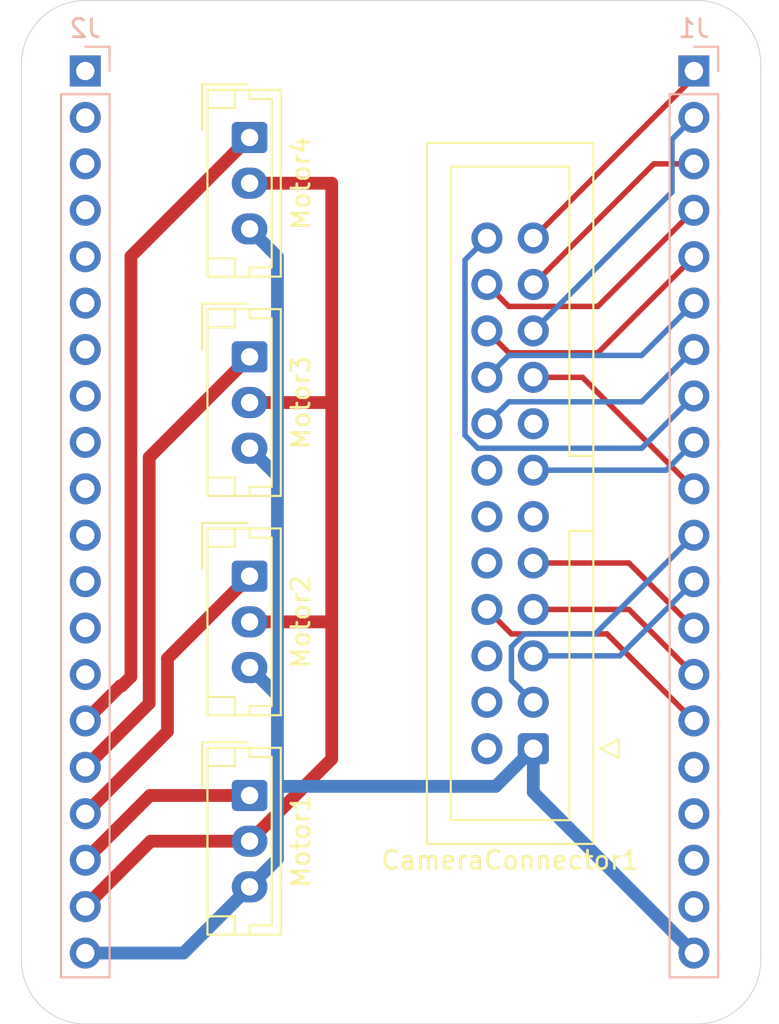
<source format=kicad_pcb>
(kicad_pcb (version 20240108) (generator "pcbnew") (generator_version "8.0")
  (layers (0 "F.Cu" signal) (31 "B.Cu" signal) (34 "B.Paste" user) (35 "F.Paste" user) (36 "B.SilkS" user "B.Silkscreen") (37 "F.SilkS" user "F.Silkscreen") (38 "B.Mask" user) (39 "F.Mask" user) (44 "Edge.Cuts" user))
  (net 0 "")
  (net 1 "D7")
  (net 3 "PCLK")
  (net 4 "D3")
  (net 5 "VSYNC")
  (net 6 "SIOC")
  (net 10 "D5")
  (net 11 "XCLK")
  (net 12 "HREF")
  (net 15 "PWDN")
  (net 16 "D4")
  (net 17 "SIOD")
  (net 18 "D2")
  (net 19 "D1")
  (net 20 "D0")
  (net 22 "D6")
  (net 25 "GND")
  (net 29 "IO26")
  (net 30 "IO33")
  (net 34 "IO21")
  (net 36 "5V")
  (net 38 "IO47")
  (net 41 "3.3V")
  (footprint "Connector_JST:JST_EH_B3B-EH-A_1x03_P2.50mm_Vertical" (layer "F.Cu") (at 77 40.5 -90)
    (property "Reference" "Motor4" (at 2.5 -2.8 90) (layer "F.SilkS"))
    (property "Value" "Conn_01x03")
    (fp_line (start -2.91 2.61) (end -0.41 2.61) (stroke (width 0.12)) (layer "F.SilkS"))
    (fp_line (start -2.61 2.31) (end 7.61 2.31) (stroke (width 0.12)) (layer "F.SilkS"))
    (fp_line (start 7.61 2.31) (end 7.61 -1.71) (stroke (width 0.12)) (layer "F.SilkS"))
    (fp_line (start -2.61 0.81) (end -1.61 0.81) (stroke (width 0.12)) (layer "F.SilkS"))
    (fp_line (start -1.61 0.81) (end -1.61 2.31) (stroke (width 0.12)) (layer "F.SilkS"))
    (fp_line (start 6.61 0.81) (end 6.61 2.31) (stroke (width 0.12)) (layer "F.SilkS"))
    (fp_line (start 7.61 0.81) (end 6.61 0.81) (stroke (width 0.12)) (layer "F.SilkS"))
    (fp_line (start -2.91 0.11) (end -2.91 2.61) (stroke (width 0.12)) (layer "F.SilkS"))
    (fp_line (start -2.61 0) (end -2.11 0) (stroke (width 0.12)) (layer "F.SilkS"))
    (fp_line (start -2.11 0) (end -2.11 -1.21) (stroke (width 0.12)) (layer "F.SilkS"))
    (fp_line (start 7.11 0) (end 7.61 0) (stroke (width 0.12)) (layer "F.SilkS"))
    (fp_line (start -2.11 -1.21) (end 7.11 -1.21) (stroke (width 0.12)) (layer "F.SilkS"))
    (fp_line (start 7.11 -1.21) (end 7.11 0) (stroke (width 0.12)) (layer "F.SilkS"))
    (fp_line (start -2.61 -1.71) (end -2.61 2.31) (stroke (width 0.12)) (layer "F.SilkS"))
    (fp_line (start 7.61 -1.71) (end -2.61 -1.71) (stroke (width 0.12)) (layer "F.SilkS"))
    (pad "1" thru_hole roundrect (at 0 0 270) (size 1.7 1.95) (drill 0.95) (layers "*.Cu" "*.Mask") (roundrect_rratio 0.147059) (net 30 "IO33"))
    (pad "2" thru_hole oval (at 2.5 0 270) (size 1.7 1.95) (drill 0.95) (layers "*.Cu" "*.Mask") (net 36 "5V"))
    (pad "3" thru_hole oval (at 5 0 270) (size 1.7 1.95) (drill 0.95) (layers "*.Cu" "*.Mask") (net 25 "GND"))
  )
  (footprint "Connector_JST:JST_EH_B3B-EH-A_1x03_P2.50mm_Vertical" (layer "F.Cu") (at 77 64.5 -90)
    (property "Reference" "Motor2" (at 2.5 -2.8 90) (layer "F.SilkS"))
    (property "Value" "Conn_01x03")
    (fp_line (start -2.91 2.61) (end -0.41 2.61) (stroke (width 0.12)) (layer "F.SilkS"))
    (fp_line (start -2.61 2.31) (end 7.61 2.31) (stroke (width 0.12)) (layer "F.SilkS"))
    (fp_line (start 7.61 2.31) (end 7.61 -1.71) (stroke (width 0.12)) (layer "F.SilkS"))
    (fp_line (start -2.61 0.81) (end -1.61 0.81) (stroke (width 0.12)) (layer "F.SilkS"))
    (fp_line (start -1.61 0.81) (end -1.61 2.31) (stroke (width 0.12)) (layer "F.SilkS"))
    (fp_line (start 6.61 0.81) (end 6.61 2.31) (stroke (width 0.12)) (layer "F.SilkS"))
    (fp_line (start 7.61 0.81) (end 6.61 0.81) (stroke (width 0.12)) (layer "F.SilkS"))
    (fp_line (start -2.91 0.11) (end -2.91 2.61) (stroke (width 0.12)) (layer "F.SilkS"))
    (fp_line (start -2.61 0) (end -2.11 0) (stroke (width 0.12)) (layer "F.SilkS"))
    (fp_line (start -2.11 0) (end -2.11 -1.21) (stroke (width 0.12)) (layer "F.SilkS"))
    (fp_line (start 7.11 0) (end 7.61 0) (stroke (width 0.12)) (layer "F.SilkS"))
    (fp_line (start -2.11 -1.21) (end 7.11 -1.21) (stroke (width 0.12)) (layer "F.SilkS"))
    (fp_line (start 7.11 -1.21) (end 7.11 0) (stroke (width 0.12)) (layer "F.SilkS"))
    (fp_line (start -2.61 -1.71) (end -2.61 2.31) (stroke (width 0.12)) (layer "F.SilkS"))
    (fp_line (start 7.61 -1.71) (end -2.61 -1.71) (stroke (width 0.12)) (layer "F.SilkS"))
    (pad "1" thru_hole roundrect (at 0 0 270) (size 1.7 1.95) (drill 0.95) (layers "*.Cu" "*.Mask") (roundrect_rratio 0.147059) (net 29 "IO26"))
    (pad "2" thru_hole oval (at 2.5 0 270) (size 1.7 1.95) (drill 0.95) (layers "*.Cu" "*.Mask") (net 36 "5V"))
    (pad "3" thru_hole oval (at 5 0 270) (size 1.7 1.95) (drill 0.95) (layers "*.Cu" "*.Mask") (net 25 "GND"))
  )
  (footprint "Connector_JST:JST_EH_B3B-EH-A_1x03_P2.50mm_Vertical" (layer "F.Cu") (at 77 52.5 -90)
    (property "Reference" "Motor3" (at 2.5 -2.8 90) (layer "F.SilkS"))
    (property "Value" "Conn_01x03")
    (fp_line (start -2.91 2.61) (end -0.41 2.61) (stroke (width 0.12)) (layer "F.SilkS"))
    (fp_line (start -2.61 2.31) (end 7.61 2.31) (stroke (width 0.12)) (layer "F.SilkS"))
    (fp_line (start 7.61 2.31) (end 7.61 -1.71) (stroke (width 0.12)) (layer "F.SilkS"))
    (fp_line (start -2.61 0.81) (end -1.61 0.81) (stroke (width 0.12)) (layer "F.SilkS"))
    (fp_line (start -1.61 0.81) (end -1.61 2.31) (stroke (width 0.12)) (layer "F.SilkS"))
    (fp_line (start 6.61 0.81) (end 6.61 2.31) (stroke (width 0.12)) (layer "F.SilkS"))
    (fp_line (start 7.61 0.81) (end 6.61 0.81) (stroke (width 0.12)) (layer "F.SilkS"))
    (fp_line (start -2.91 0.11) (end -2.91 2.61) (stroke (width 0.12)) (layer "F.SilkS"))
    (fp_line (start -2.61 0) (end -2.11 0) (stroke (width 0.12)) (layer "F.SilkS"))
    (fp_line (start -2.11 0) (end -2.11 -1.21) (stroke (width 0.12)) (layer "F.SilkS"))
    (fp_line (start 7.11 0) (end 7.61 0) (stroke (width 0.12)) (layer "F.SilkS"))
    (fp_line (start -2.11 -1.21) (end 7.11 -1.21) (stroke (width 0.12)) (layer "F.SilkS"))
    (fp_line (start 7.11 -1.21) (end 7.11 0) (stroke (width 0.12)) (layer "F.SilkS"))
    (fp_line (start -2.61 -1.71) (end -2.61 2.31) (stroke (width 0.12)) (layer "F.SilkS"))
    (fp_line (start 7.61 -1.71) (end -2.61 -1.71) (stroke (width 0.12)) (layer "F.SilkS"))
    (pad "1" thru_hole roundrect (at 0 0 270) (size 1.7 1.95) (drill 0.95) (layers "*.Cu" "*.Mask") (roundrect_rratio 0.147059) (net 38 "IO47"))
    (pad "2" thru_hole oval (at 2.5 0 270) (size 1.7 1.95) (drill 0.95) (layers "*.Cu" "*.Mask") (net 36 "5V"))
    (pad "3" thru_hole oval (at 5 0 270) (size 1.7 1.95) (drill 0.95) (layers "*.Cu" "*.Mask") (net 25 "GND"))
  )
  (footprint "Connector_IDC:IDC-Header_2x12_P2.54mm_Vertical" (layer "F.Cu") (at 92.54 73.94 180)
    (property "Reference" "CameraConnector1" (at 1.27 -6.1 360) (layer "F.SilkS"))
    (property "Value" "Conn_02x12_Top_Bottom")
    (fp_line (start 5.83 33.15) (end -3.29 33.15) (stroke (width 0.12)) (layer "F.SilkS"))
    (fp_line (start 5.83 -5.21) (end 5.83 33.15) (stroke (width 0.12)) (layer "F.SilkS"))
    (fp_line (start 4.52 31.85) (end -1.98 31.85) (stroke (width 0.12)) (layer "F.SilkS"))
    (fp_line (start 4.52 -3.91) (end 4.52 31.85) (stroke (width 0.12)) (layer "F.SilkS"))
    (fp_line (start -1.98 31.85) (end -1.98 16.02) (stroke (width 0.12)) (layer "F.SilkS"))
    (fp_line (start -1.98 16.02) (end -1.98 16.02) (stroke (width 0.12)) (layer "F.SilkS"))
    (fp_line (start -1.98 16.02) (end -3.29 16.02) (stroke (width 0.12)) (layer "F.SilkS"))
    (fp_line (start -1.98 11.92) (end -1.98 -3.91) (stroke (width 0.12)) (layer "F.SilkS"))
    (fp_line (start -1.98 -3.91) (end 4.52 -3.91) (stroke (width 0.12)) (layer "F.SilkS"))
    (fp_line (start -3.29 33.15) (end -3.29 -5.21) (stroke (width 0.12)) (layer "F.SilkS"))
    (fp_line (start -3.29 11.92) (end -1.98 11.92) (stroke (width 0.12)) (layer "F.SilkS"))
    (fp_line (start -3.29 -5.21) (end 5.83 -5.21) (stroke (width 0.12)) (layer "F.SilkS"))
    (fp_line (start -3.68 0) (end -4.68 -0.5) (stroke (width 0.12)) (layer "F.SilkS"))
    (fp_line (start -4.68 0.5) (end -3.68 0) (stroke (width 0.12)) (layer "F.SilkS"))
    (fp_line (start -4.68 -0.5) (end -4.68 0.5) (stroke (width 0.12)) (layer "F.SilkS"))
    (pad "1" thru_hole roundrect (at 0 0 180) (size 1.7 1.7) (drill 1) (layers "*.Cu" "*.Mask") (roundrect_rratio 0.147059) (net 25 "GND"))
    (pad "2" thru_hole circle (at 2.54 0 180) (size 1.7 1.7) (drill 1) (layers "*.Cu" "*.Mask"))
    (pad "3" thru_hole circle (at 0 2.54 180) (size 1.7 1.7) (drill 1) (layers "*.Cu" "*.Mask") (net 17 "SIOD"))
    (pad "4" thru_hole circle (at 2.54 2.54 180) (size 1.7 1.7) (drill 1) (layers "*.Cu" "*.Mask"))
    (pad "5" thru_hole circle (at 0 5.08 180) (size 1.7 1.7) (drill 1) (layers "*.Cu" "*.Mask") (net 6 "SIOC"))
    (pad "6" thru_hole circle (at 2.54 5.08 180) (size 1.7 1.7) (drill 1) (layers "*.Cu" "*.Mask"))
    (pad "7" thru_hole circle (at 0 7.62 180) (size 1.7 1.7) (drill 1) (layers "*.Cu" "*.Mask") (net 5 "VSYNC"))
    (pad "8" thru_hole circle (at 2.54 7.62 180) (size 1.7 1.7) (drill 1) (layers "*.Cu" "*.Mask") (net 15 "PWDN"))
    (pad "9" thru_hole circle (at 0 10.16 180) (size 1.7 1.7) (drill 1) (layers "*.Cu" "*.Mask") (net 12 "HREF"))
    (pad "10" thru_hole circle (at 2.54 10.16 180) (size 1.7 1.7) (drill 1) (layers "*.Cu" "*.Mask"))
    (pad "11" thru_hole circle (at 0 12.7 180) (size 1.7 1.7) (drill 1) (layers "*.Cu" "*.Mask"))
    (pad "12" thru_hole circle (at 2.54 12.7 180) (size 1.7 1.7) (drill 1) (layers "*.Cu" "*.Mask"))
    (pad "13" thru_hole circle (at 0 15.24 180) (size 1.7 1.7) (drill 1) (layers "*.Cu" "*.Mask") (net 11 "XCLK"))
    (pad "14" thru_hole circle (at 2.54 15.24 180) (size 1.7 1.7) (drill 1) (layers "*.Cu" "*.Mask"))
    (pad "15" thru_hole circle (at 0 17.78 180) (size 1.7 1.7) (drill 1) (layers "*.Cu" "*.Mask"))
    (pad "16" thru_hole circle (at 2.54 17.78 180) (size 1.7 1.7) (drill 1) (layers "*.Cu" "*.Mask") (net 1 "D7"))
    (pad "17" thru_hole circle (at 0 20.32 180) (size 1.7 1.7) (drill 1) (layers "*.Cu" "*.Mask") (net 3 "PCLK"))
    (pad "18" thru_hole circle (at 2.54 20.32 180) (size 1.7 1.7) (drill 1) (layers "*.Cu" "*.Mask") (net 22 "D6"))
    (pad "19" thru_hole circle (at 0 22.86 180) (size 1.7 1.7) (drill 1) (layers "*.Cu" "*.Mask") (net 18 "D2"))
    (pad "20" thru_hole circle (at 2.54 22.86 180) (size 1.7 1.7) (drill 1) (layers "*.Cu" "*.Mask") (net 10 "D5"))
    (pad "21" thru_hole circle (at 0 25.4 180) (size 1.7 1.7) (drill 1) (layers "*.Cu" "*.Mask") (net 4 "D3"))
    (pad "22" thru_hole circle (at 2.54 25.4 180) (size 1.7 1.7) (drill 1) (layers "*.Cu" "*.Mask") (net 16 "D4"))
    (pad "23" thru_hole circle (at 0 27.94 180) (size 1.7 1.7) (drill 1) (layers "*.Cu" "*.Mask") (net 19 "D1"))
    (pad "24" thru_hole circle (at 2.54 27.94 180) (size 1.7 1.7) (drill 1) (layers "*.Cu" "*.Mask") (net 20 "D0"))
  )
  (footprint "Connector_JST:JST_EH_B3B-EH-A_1x03_P2.50mm_Vertical" (layer "F.Cu") (at 77 76.5 -90)
    (property "Reference" "Motor1" (at 2.5 -2.8 90) (layer "F.SilkS"))
    (property "Value" "Conn_01x03")
    (fp_line (start -2.91 2.61) (end -0.41 2.61) (stroke (width 0.12)) (layer "F.SilkS"))
    (fp_line (start -2.61 2.31) (end 7.61 2.31) (stroke (width 0.12)) (layer "F.SilkS"))
    (fp_line (start 7.61 2.31) (end 7.61 -1.71) (stroke (width 0.12)) (layer "F.SilkS"))
    (fp_line (start -2.61 0.81) (end -1.61 0.81) (stroke (width 0.12)) (layer "F.SilkS"))
    (fp_line (start -1.61 0.81) (end -1.61 2.31) (stroke (width 0.12)) (layer "F.SilkS"))
    (fp_line (start 6.61 0.81) (end 6.61 2.31) (stroke (width 0.12)) (layer "F.SilkS"))
    (fp_line (start 7.61 0.81) (end 6.61 0.81) (stroke (width 0.12)) (layer "F.SilkS"))
    (fp_line (start -2.91 0.11) (end -2.91 2.61) (stroke (width 0.12)) (layer "F.SilkS"))
    (fp_line (start -2.61 0) (end -2.11 0) (stroke (width 0.12)) (layer "F.SilkS"))
    (fp_line (start -2.11 0) (end -2.11 -1.21) (stroke (width 0.12)) (layer "F.SilkS"))
    (fp_line (start 7.11 0) (end 7.61 0) (stroke (width 0.12)) (layer "F.SilkS"))
    (fp_line (start -2.11 -1.21) (end 7.11 -1.21) (stroke (width 0.12)) (layer "F.SilkS"))
    (fp_line (start 7.11 -1.21) (end 7.11 0) (stroke (width 0.12)) (layer "F.SilkS"))
    (fp_line (start -2.61 -1.71) (end -2.61 2.31) (stroke (width 0.12)) (layer "F.SilkS"))
    (fp_line (start 7.61 -1.71) (end -2.61 -1.71) (stroke (width 0.12)) (layer "F.SilkS"))
    (pad "1" thru_hole roundrect (at 0 0 270) (size 1.7 1.95) (drill 0.95) (layers "*.Cu" "*.Mask") (roundrect_rratio 0.147059) (net 34 "IO21"))
    (pad "2" thru_hole oval (at 2.5 0 270) (size 1.7 1.95) (drill 0.95) (layers "*.Cu" "*.Mask") (net 36 "5V"))
    (pad "3" thru_hole oval (at 5 0 270) (size 1.7 1.95) (drill 0.95) (layers "*.Cu" "*.Mask") (net 25 "GND"))
  )
  (footprint "Connector_PinHeader_2.54mm:PinHeader_1x20_P2.54mm_Vertical" (layer "B.Cu") (at 68 36.86 180)
    (property "Reference" "J2" (at 0 2.33 0) (layer "B.SilkS") (effects (justify mirror)))
    (property "Value" "Conn_01x20")
    (fp_line (start 1.33 -1.27) (end -1.33 -1.27) (stroke (width 0.12)) (layer "B.SilkS"))
    (fp_line (start 1.33 -49.59) (end 1.33 -1.27) (stroke (width 0.12)) (layer "B.SilkS"))
    (fp_line (start 1.33 -49.59) (end -1.33 -49.59) (stroke (width 0.12)) (layer "B.SilkS"))
    (fp_line (start 0 1.33) (end -1.33 1.33) (stroke (width 0.12)) (layer "B.SilkS"))
    (fp_line (start -1.33 1.33) (end -1.33 0) (stroke (width 0.12)) (layer "B.SilkS"))
    (fp_line (start -1.33 -49.59) (end -1.33 -1.27) (stroke (width 0.12)) (layer "B.SilkS"))
    (pad "1" thru_hole rect (at 0 0 180) (size 1.7 1.7) (drill 1) (layers "*.Cu" "*.Mask"))
    (pad "2" thru_hole oval (at 0 -2.54 180) (size 1.7 1.7) (drill 1) (layers "*.Cu" "*.Mask"))
    (pad "3" thru_hole oval (at 0 -5.08 180) (size 1.7 1.7) (drill 1) (layers "*.Cu" "*.Mask"))
    (pad "4" thru_hole oval (at 0 -7.62 180) (size 1.7 1.7) (drill 1) (layers "*.Cu" "*.Mask"))
    (pad "5" thru_hole oval (at 0 -10.16 180) (size 1.7 1.7) (drill 1) (layers "*.Cu" "*.Mask"))
    (pad "6" thru_hole oval (at 0 -12.7 180) (size 1.7 1.7) (drill 1) (layers "*.Cu" "*.Mask"))
    (pad "7" thru_hole oval (at 0 -15.24 180) (size 1.7 1.7) (drill 1) (layers "*.Cu" "*.Mask"))
    (pad "8" thru_hole oval (at 0 -17.78 180) (size 1.7 1.7) (drill 1) (layers "*.Cu" "*.Mask"))
    (pad "9" thru_hole oval (at 0 -20.32 180) (size 1.7 1.7) (drill 1) (layers "*.Cu" "*.Mask"))
    (pad "10" thru_hole oval (at 0 -22.86 180) (size 1.7 1.7) (drill 1) (layers "*.Cu" "*.Mask"))
    (pad "11" thru_hole oval (at 0 -25.4 180) (size 1.7 1.7) (drill 1) (layers "*.Cu" "*.Mask"))
    (pad "12" thru_hole oval (at 0 -27.94 180) (size 1.7 1.7) (drill 1) (layers "*.Cu" "*.Mask"))
    (pad "13" thru_hole oval (at 0 -30.48 180) (size 1.7 1.7) (drill 1) (layers "*.Cu" "*.Mask"))
    (pad "14" thru_hole oval (at 0 -33.02 180) (size 1.7 1.7) (drill 1) (layers "*.Cu" "*.Mask"))
    (pad "15" thru_hole oval (at 0 -35.56 180) (size 1.7 1.7) (drill 1) (layers "*.Cu" "*.Mask") (net 30 "IO33"))
    (pad "16" thru_hole oval (at 0 -38.1 180) (size 1.7 1.7) (drill 1) (layers "*.Cu" "*.Mask") (net 38 "IO47"))
    (pad "17" thru_hole oval (at 0 -40.64 180) (size 1.7 1.7) (drill 1) (layers "*.Cu" "*.Mask") (net 29 "IO26"))
    (pad "18" thru_hole oval (at 0 -43.18 180) (size 1.7 1.7) (drill 1) (layers "*.Cu" "*.Mask") (net 34 "IO21"))
    (pad "19" thru_hole oval (at 0 -45.72 180) (size 1.7 1.7) (drill 1) (layers "*.Cu" "*.Mask") (net 36 "5V"))
    (pad "20" thru_hole oval (at 0 -48.26 180) (size 1.7 1.7) (drill 1) (layers "*.Cu" "*.Mask") (net 25 "GND"))
  )
  (footprint "Connector_PinHeader_2.54mm:PinHeader_1x20_P2.54mm_Vertical" (layer "B.Cu") (at 101.3375 36.86 180)
    (property "Reference" "J1" (at 0 2.33 0) (layer "B.SilkS") (effects (justify mirror)))
    (property "Value" "Conn_01x20")
    (fp_line (start 1.33 -1.27) (end -1.33 -1.27) (stroke (width 0.12)) (layer "B.SilkS"))
    (fp_line (start 1.33 -49.59) (end 1.33 -1.27) (stroke (width 0.12)) (layer "B.SilkS"))
    (fp_line (start 1.33 -49.59) (end -1.33 -49.59) (stroke (width 0.12)) (layer "B.SilkS"))
    (fp_line (start 0 1.33) (end -1.33 1.33) (stroke (width 0.12)) (layer "B.SilkS"))
    (fp_line (start -1.33 1.33) (end -1.33 0) (stroke (width 0.12)) (layer "B.SilkS"))
    (fp_line (start -1.33 -49.59) (end -1.33 -1.27) (stroke (width 0.12)) (layer "B.SilkS"))
    (pad "1" thru_hole rect (at 0 0 180) (size 1.7 1.7) (drill 1) (layers "*.Cu" "*.Mask") (net 19 "D1"))
    (pad "2" thru_hole oval (at 0 -2.54 180) (size 1.7 1.7) (drill 1) (layers "*.Cu" "*.Mask") (net 18 "D2"))
    (pad "3" thru_hole oval (at 0 -5.08 180) (size 1.7 1.7) (drill 1) (layers "*.Cu" "*.Mask") (net 4 "D3"))
    (pad "4" thru_hole oval (at 0 -7.62 180) (size 1.7 1.7) (drill 1) (layers "*.Cu" "*.Mask") (net 16 "D4"))
    (pad "5" thru_hole oval (at 0 -10.16 180) (size 1.7 1.7) (drill 1) (layers "*.Cu" "*.Mask") (net 10 "D5"))
    (pad "6" thru_hole oval (at 0 -12.7 180) (size 1.7 1.7) (drill 1) (layers "*.Cu" "*.Mask") (net 22 "D6"))
    (pad "7" thru_hole oval (at 0 -15.24 180) (size 1.7 1.7) (drill 1) (layers "*.Cu" "*.Mask") (net 1 "D7"))
    (pad "8" thru_hole oval (at 0 -17.78 180) (size 1.7 1.7) (drill 1) (layers "*.Cu" "*.Mask") (net 20 "D0"))
    (pad "9" thru_hole oval (at 0 -20.32 180) (size 1.7 1.7) (drill 1) (layers "*.Cu" "*.Mask") (net 11 "XCLK"))
    (pad "10" thru_hole oval (at 0 -22.86 180) (size 1.7 1.7) (drill 1) (layers "*.Cu" "*.Mask") (net 3 "PCLK"))
    (pad "11" thru_hole oval (at 0 -25.4 180) (size 1.7 1.7) (drill 1) (layers "*.Cu" "*.Mask") (net 17 "SIOD"))
    (pad "12" thru_hole oval (at 0 -27.94 180) (size 1.7 1.7) (drill 1) (layers "*.Cu" "*.Mask") (net 6 "SIOC"))
    (pad "13" thru_hole oval (at 0 -30.48 180) (size 1.7 1.7) (drill 1) (layers "*.Cu" "*.Mask") (net 12 "HREF"))
    (pad "14" thru_hole oval (at 0 -33.02 180) (size 1.7 1.7) (drill 1) (layers "*.Cu" "*.Mask") (net 5 "VSYNC"))
    (pad "15" thru_hole oval (at 0 -35.56 180) (size 1.7 1.7) (drill 1) (layers "*.Cu" "*.Mask") (net 15 "PWDN"))
    (pad "16" thru_hole oval (at 0 -38.1 180) (size 1.7 1.7) (drill 1) (layers "*.Cu" "*.Mask"))
    (pad "17" thru_hole oval (at 0 -40.64 180) (size 1.7 1.7) (drill 1) (layers "*.Cu" "*.Mask"))
    (pad "18" thru_hole oval (at 0 -43.18 180) (size 1.7 1.7) (drill 1) (layers "*.Cu" "*.Mask"))
    (pad "19" thru_hole oval (at 0 -45.72 180) (size 1.7 1.7) (drill 1) (layers "*.Cu" "*.Mask") (net 41 "3.3V"))
    (pad "20" thru_hole oval (at 0 -48.26 180) (size 1.7 1.7) (drill 1) (layers "*.Cu" "*.Mask") (net 25 "GND"))
  )
  (gr_arc (start 101.5 33) (mid 103.974874 34.025126) (end 105 36.5) (stroke (width 0.05)) (layer "Edge.Cuts"))
  (gr_arc (start 64.5 36.5) (mid 65.525126 34.025126) (end 68 33) (stroke (width 0.05)) (layer "Edge.Cuts"))
  (gr_arc (start 68 89) (mid 65.525126 87.974874) (end 64.5 85.5) (stroke (width 0.05)) (layer "Edge.Cuts"))
  (gr_arc (start 105 85.5) (mid 103.974874 87.974874) (end 101.5 89) (stroke (width 0.05)) (layer "Edge.Cuts"))
  (gr_line (start 64.5 85.5) (end 64.5 36.5) (stroke (width 0.05)) (layer "Edge.Cuts"))
  (gr_line (start 68 33) (end 101.5 33) (stroke (width 0.05)) (layer "Edge.Cuts"))
  (gr_line (start 105 36.5) (end 105 85.5) (stroke (width 0.05)) (layer "Edge.Cuts"))
  (gr_line (start 101.5 89) (end 68 89) (stroke (width 0.05)) (layer "Edge.Cuts"))
  (segment (start 90 56.16) (end 91.2 54.96) (width 0.3) (layer "B.Cu") (net 1))
  (segment (start 91.2 54.96) (end 98.4775 54.96) (width 0.3) (layer "B.Cu") (net 1))
  (segment (start 98.4775 54.96) (end 101.3375 52.1) (width 0.3) (layer "B.Cu") (net 1))
  (segment (start 92.54 53.62) (end 95.2375 53.62) (width 0.3) (layer "F.Cu") (net 3))
  (segment (start 95.2375 53.62) (end 101.3375 59.72) (width 0.3) (layer "F.Cu") (net 3))
  (segment (start 92.54 48.54) (end 99.14 41.94) (width 0.3) (layer "F.Cu") (net 4))
  (segment (start 99.14 41.94) (end 101.3375 41.94) (width 0.3) (layer "F.Cu") (net 4))
  (segment (start 97.7775 66.32) (end 101.3375 69.88) (width 0.3) (layer "F.Cu") (net 5))
  (segment (start 92.54 66.32) (end 97.7775 66.32) (width 0.3) (layer "F.Cu") (net 5))
  (segment (start 97.2775 68.86) (end 101.3375 64.8) (width 0.3) (layer "B.Cu") (net 6))
  (segment (start 92.54 68.86) (end 97.2775 68.86) (width 0.3) (layer "B.Cu") (net 6))
  (segment (start 91.2 52.28) (end 96.0775 52.28) (width 0.3) (layer "F.Cu") (net 10))
  (segment (start 90 51.08) (end 91.2 52.28) (width 0.3) (layer "F.Cu") (net 10))
  (segment (start 96.0775 52.28) (end 101.3375 47.02) (width 0.3) (layer "F.Cu") (net 10))
  (segment (start 92.54 58.7) (end 99.8175 58.7) (width 0.3) (layer "B.Cu") (net 11))
  (segment (start 99.8175 58.7) (end 101.3375 57.18) (width 0.3) (layer "B.Cu") (net 11))
  (segment (start 92.54 63.78) (end 97.7775 63.78) (width 0.3) (layer "F.Cu") (net 12))
  (segment (start 97.7775 63.78) (end 101.3375 67.34) (width 0.3) (layer "F.Cu") (net 12))
  (segment (start 96.5775 67.66) (end 101.3375 72.42) (width 0.3) (layer "F.Cu") (net 15))
  (segment (start 90 66.32) (end 91.34 67.66) (width 0.3) (layer "F.Cu") (net 15))
  (segment (start 91.34 67.66) (end 96.5775 67.66) (width 0.3) (layer "F.Cu") (net 15))
  (segment (start 96.0775 49.74) (end 101.3375 44.48) (width 0.3) (layer "F.Cu") (net 16))
  (segment (start 90 48.54) (end 91.2 49.74) (width 0.3) (layer "F.Cu") (net 16))
  (segment (start 91.2 49.74) (end 96.0775 49.74) (width 0.3) (layer "F.Cu") (net 16))
  (segment (start 91.34 70.2) (end 91.34 68.362943) (width 0.3) (layer "B.Cu") (net 17))
  (segment (start 91.34 68.362943) (end 92.042943 67.66) (width 0.3) (layer "B.Cu") (net 17))
  (segment (start 92.54 71.4) (end 91.34 70.2) (width 0.3) (layer "B.Cu") (net 17))
  (segment (start 95.9375 67.66) (end 101.3375 62.26) (width 0.3) (layer "B.Cu") (net 17))
  (segment (start 92.042943 67.66) (end 95.9375 67.66) (width 0.3) (layer "B.Cu") (net 17))
  (segment (start 100.1375 43.4825) (end 100.1375 40.6) (width 0.3) (layer "B.Cu") (net 18))
  (segment (start 100.1375 40.6) (end 101.3375 39.4) (width 0.3) (layer "B.Cu") (net 18))
  (segment (start 92.54 51.08) (end 100.1375 43.4825) (width 0.3) (layer "B.Cu") (net 18))
  (segment (start 101.3375 37.2025) (end 101.3375 36.86) (width 0.3) (layer "F.Cu") (net 19))
  (segment (start 92.54 46) (end 101.3375 37.2025) (width 0.3) (layer "F.Cu") (net 19))
  (segment (start 89.502943 57.5) (end 98.4775 57.5) (width 0.3) (layer "B.Cu") (net 20))
  (segment (start 88.8 56.797057) (end 89.502943 57.5) (width 0.3) (layer "B.Cu") (net 20))
  (segment (start 90 46) (end 88.8 47.2) (width 0.3) (layer "B.Cu") (net 20))
  (segment (start 88.8 47.2) (end 88.8 56.797057) (width 0.3) (layer "B.Cu") (net 20))
  (segment (start 98.4775 57.5) (end 101.3375 54.64) (width 0.3) (layer "B.Cu") (net 20))
  (segment (start 98.4775 52.42) (end 101.3375 49.56) (width 0.3) (layer "B.Cu") (net 22))
  (segment (start 91.2 52.42) (end 98.4775 52.42) (width 0.3) (layer "B.Cu") (net 22))
  (segment (start 90 53.62) (end 91.2 52.42) (width 0.3) (layer "B.Cu") (net 22))
  (segment (start 90.48 76) (end 78.525 76) (width 0.7) (layer "B.Cu") (net 25))
  (segment (start 78.525 71.025) (end 78.525 59.025) (width 0.7) (layer "B.Cu") (net 25))
  (segment (start 73.38 85.12) (end 77 81.5) (width 0.7) (layer "B.Cu") (net 25))
  (segment (start 92.54 76.3225) (end 101.3375 85.12) (width 0.7) (layer "B.Cu") (net 25))
  (segment (start 68 85.12) (end 73.38 85.12) (width 0.7) (layer "B.Cu") (net 25))
  (segment (start 78.525 59.025) (end 78.525 47.025) (width 0.7) (layer "B.Cu") (net 25))
  (segment (start 77 81.5) (end 78.525 79.975) (width 0.7) (layer "B.Cu") (net 25))
  (segment (start 78.525 79.975) (end 78.525 76) (width 0.7) (layer "B.Cu") (net 25))
  (segment (start 78.525 47.025) (end 77 45.5) (width 0.7) (layer "B.Cu") (net 25))
  (segment (start 92.54 73.94) (end 92.54 76.3225) (width 0.7) (layer "B.Cu") (net 25))
  (segment (start 78.525 71.025) (end 77 69.5) (width 0.7) (layer "B.Cu") (net 25))
  (segment (start 78.525 76) (end 78.525 71.025) (width 0.7) (layer "B.Cu") (net 25))
  (segment (start 78.525 59.025) (end 77 57.5) (width 0.7) (layer "B.Cu") (net 25))
  (segment (start 92.54 73.94) (end 90.48 76) (width 0.7) (layer "B.Cu") (net 25))
  (segment (start 77 64.5) (end 72.5 69) (width 0.7) (layer "F.Cu") (net 29))
  (segment (start 72.5 69) (end 72.5 73) (width 0.7) (layer "F.Cu") (net 29))
  (segment (start 72.5 73) (end 68 77.5) (width 0.7) (layer "F.Cu") (net 29))
  (segment (start 70.5 70) (end 70 70.5) (width 0.7) (layer "F.Cu") (net 30))
  (segment (start 77 40.5) (end 70.5 47) (width 0.7) (layer "F.Cu") (net 30))
  (segment (start 70.5 47) (end 70.5 70) (width 0.7) (layer "F.Cu") (net 30))
  (segment (start 70 70.5) (end 69.92 70.5) (width 0.7) (layer "F.Cu") (net 30))
  (segment (start 69.92 70.5) (end 68 72.42) (width 0.7) (layer "F.Cu") (net 30))
  (segment (start 77 76.5) (end 71.54 76.5) (width 0.7) (layer "F.Cu") (net 34))
  (segment (start 71.54 76.5) (end 68 80.04) (width 0.7) (layer "F.Cu") (net 34))
  (segment (start 77 67) (end 81.5 67) (width 0.7) (layer "F.Cu") (net 36))
  (segment (start 81.5 74.5) (end 81.5 67) (width 0.7) (layer "F.Cu") (net 36))
  (segment (start 77 79) (end 71.58 79) (width 0.7) (layer "F.Cu") (net 36))
  (segment (start 77 55) (end 81.5 55) (width 0.7) (layer "F.Cu") (net 36))
  (segment (start 77 79) (end 81.5 74.5) (width 0.7) (layer "F.Cu") (net 36))
  (segment (start 81.5 55) (end 81.5 43) (width 0.7) (layer "F.Cu") (net 36))
  (segment (start 81.5 43) (end 77 43) (width 0.7) (layer "F.Cu") (net 36))
  (segment (start 71.58 79) (end 68 82.58) (width 0.7) (layer "F.Cu") (net 36))
  (segment (start 81.5 67) (end 81.5 55) (width 0.7) (layer "F.Cu") (net 36))
  (segment (start 71.5 71.46) (end 68 74.96) (width 0.7) (layer "F.Cu") (net 38))
  (segment (start 77 52.5) (end 71.5 58) (width 0.7) (layer "F.Cu") (net 38))
  (segment (start 71.5 58) (end 71.5 71.46) (width 0.7) (layer "F.Cu") (net 38))
)
</source>
